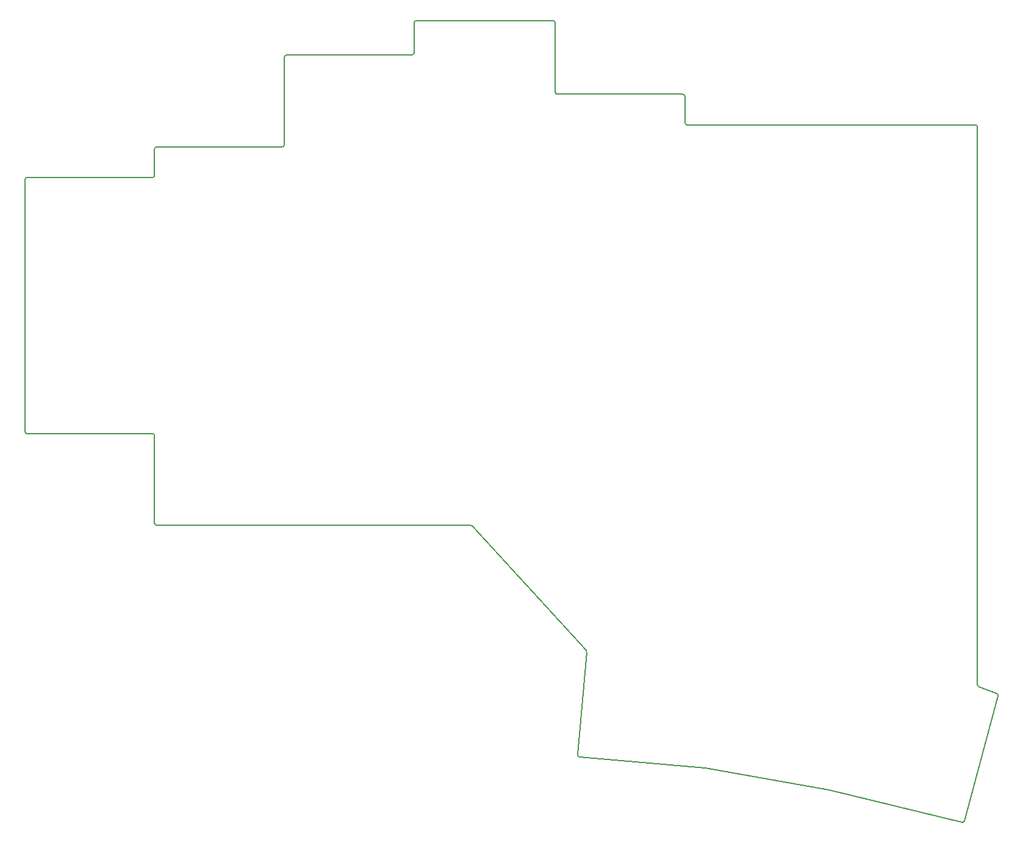
<source format=gbr>
%TF.GenerationSoftware,KiCad,Pcbnew,7.0.1-3b83917a11~171~ubuntu22.04.1*%
%TF.CreationDate,2023-03-24T21:38:13-04:00*%
%TF.ProjectId,whisper,77686973-7065-4722-9e6b-696361645f70,v1.0.0*%
%TF.SameCoordinates,Original*%
%TF.FileFunction,Profile,NP*%
%FSLAX46Y46*%
G04 Gerber Fmt 4.6, Leading zero omitted, Abs format (unit mm)*
G04 Created by KiCad (PCBNEW 7.0.1-3b83917a11~171~ubuntu22.04.1) date 2023-03-24 21:38:13*
%MOMM*%
%LPD*%
G01*
G04 APERTURE LIST*
%TA.AperFunction,Profile*%
%ADD10C,0.150000*%
%TD*%
G04 APERTURE END LIST*
D10*
X227201673Y-81266727D02*
G75*
G03*
X227501727Y-81566727I300027J27D01*
G01*
X197459524Y-137156727D02*
X153881727Y-137156727D01*
X227201727Y-77616727D02*
X227201727Y-81266727D01*
X229964023Y-170830431D02*
X212578345Y-169309381D01*
X153581727Y-136856727D02*
X153581727Y-124706727D01*
X171581727Y-84326727D02*
X171581727Y-72176727D01*
X153581727Y-88576727D02*
X153581727Y-84926727D01*
X212305617Y-168984375D02*
G75*
G03*
X212578346Y-169309381I298883J-26125D01*
G01*
X135881727Y-88876727D02*
G75*
G03*
X135581727Y-89176727I-27J-299973D01*
G01*
X270638861Y-160822827D02*
X265990573Y-178170475D01*
X135881727Y-88876727D02*
X153281727Y-88876727D01*
X189281727Y-71876727D02*
G75*
G03*
X189581727Y-71576727I-27J300027D01*
G01*
X153281727Y-124406727D02*
X135881727Y-124406727D01*
X189581727Y-71576727D02*
X189581727Y-67416727D01*
X171281727Y-84626727D02*
G75*
G03*
X171581727Y-84326727I-27J300027D01*
G01*
X227501727Y-81566727D02*
X267491727Y-81566727D01*
X153881727Y-84626727D02*
G75*
G03*
X153581727Y-84926727I-27J-299973D01*
G01*
X267990680Y-159582898D02*
X270450131Y-160462711D01*
X153881727Y-84626727D02*
X171281727Y-84626727D01*
X247224751Y-173851349D02*
G75*
G03*
X247204734Y-173847137I-71651J-290851D01*
G01*
X265629059Y-178384098D02*
G75*
G03*
X265990572Y-178170475I71741J291298D01*
G01*
X209201673Y-77016727D02*
G75*
G03*
X209501727Y-77316727I300027J27D01*
G01*
X213473046Y-154526954D02*
X197680933Y-137254296D01*
X213550498Y-154755531D02*
G75*
G03*
X213473046Y-154526953I-298898J26131D01*
G01*
X209501727Y-77316727D02*
X226901727Y-77316727D01*
X135581727Y-124106727D02*
X135581727Y-89176727D01*
X153281727Y-88876727D02*
G75*
G03*
X153581727Y-88576727I-27J300027D01*
G01*
X153581673Y-124706727D02*
G75*
G03*
X153281727Y-124406727I-299973J27D01*
G01*
X209201727Y-67416727D02*
X209201727Y-77016727D01*
X265629053Y-178384124D02*
X247224751Y-173851348D01*
X209201673Y-67416727D02*
G75*
G03*
X208901727Y-67116727I-299973J27D01*
G01*
X212305633Y-168984376D02*
X213550496Y-154755531D01*
X197680913Y-137254314D02*
G75*
G03*
X197459524Y-137156727I-221413J-202386D01*
G01*
X189881727Y-67116727D02*
X208901727Y-67116727D01*
X135581673Y-124106727D02*
G75*
G03*
X135881727Y-124406727I300027J27D01*
G01*
X247204734Y-173847136D02*
X229989602Y-170833782D01*
X153581673Y-136856727D02*
G75*
G03*
X153881727Y-137156727I300027J27D01*
G01*
X171881727Y-71876727D02*
G75*
G03*
X171581727Y-72176727I-27J-299973D01*
G01*
X171881727Y-71876727D02*
X189281727Y-71876727D01*
X189881727Y-67116727D02*
G75*
G03*
X189581727Y-67416727I-27J-299973D01*
G01*
X267791684Y-159300428D02*
G75*
G03*
X267990680Y-159582897I300016J28D01*
G01*
X267791727Y-81866727D02*
X267791727Y-159300428D01*
X270638893Y-160822835D02*
G75*
G03*
X270450132Y-160462711I-289793J77635D01*
G01*
X267791673Y-81866727D02*
G75*
G03*
X267491727Y-81566727I-299973J27D01*
G01*
X227201673Y-77616727D02*
G75*
G03*
X226901727Y-77316727I-299973J27D01*
G01*
X229989602Y-170833783D02*
G75*
G03*
X229964023Y-170830431I-51802J-296017D01*
G01*
M02*

</source>
